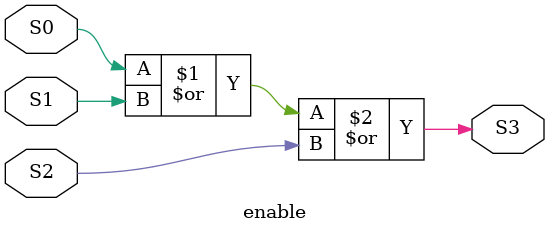
<source format=v>
module enable(S0, S1, S2, S3);
    input S0, S1, S2;
    output S3;

    or OrS(S3, S0, S1, S2);
endmodule
</source>
